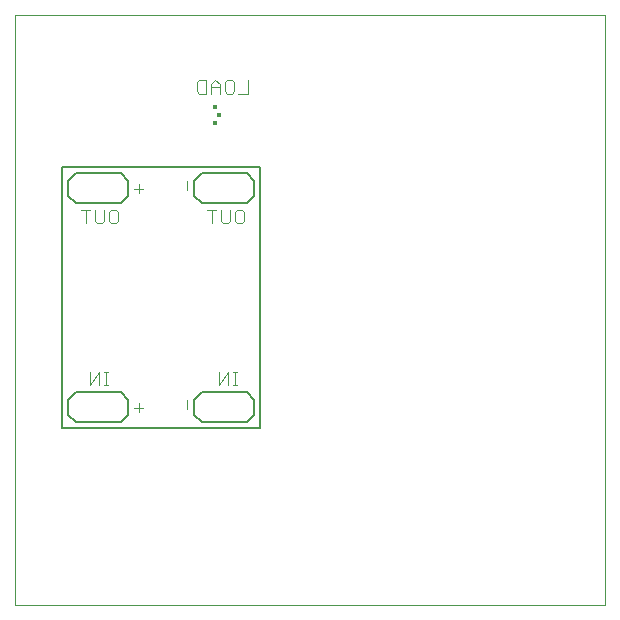
<source format=gbo>
G75*
%MOIN*%
%OFA0B0*%
%FSLAX24Y24*%
%IPPOS*%
%LPD*%
%AMOC8*
5,1,8,0,0,1.08239X$1,22.5*
%
%ADD10C,0.0000*%
%ADD11C,0.0050*%
%ADD12C,0.0060*%
%ADD13C,0.0040*%
%ADD14R,0.0167X0.0128*%
%ADD15R,0.0138X0.0138*%
D10*
X000415Y000100D02*
X000415Y019785D01*
X020100Y019785D01*
X020100Y000100D01*
X000415Y000100D01*
D11*
X001990Y006006D02*
X001990Y014706D01*
X008590Y014706D01*
X008590Y006006D01*
X001990Y006006D01*
D12*
X002190Y006456D02*
X002190Y006956D01*
X002440Y007206D01*
X003940Y007206D01*
X004190Y006956D01*
X004190Y006456D01*
X003940Y006206D01*
X002440Y006206D01*
X002190Y006456D01*
X006390Y006456D02*
X006390Y006956D01*
X006640Y007206D01*
X008140Y007206D01*
X008390Y006956D01*
X008390Y006456D01*
X008140Y006206D01*
X006640Y006206D01*
X006390Y006456D01*
X006640Y013506D02*
X006390Y013756D01*
X006390Y014256D01*
X006640Y014506D01*
X008140Y014506D01*
X008390Y014256D01*
X008390Y013756D01*
X008140Y013506D01*
X006640Y013506D01*
X004190Y013756D02*
X004190Y014256D01*
X003940Y014506D01*
X002440Y014506D01*
X002190Y014256D01*
X002190Y013756D01*
X002440Y013506D01*
X003940Y013506D01*
X004190Y013756D01*
D13*
X004387Y013979D02*
X004694Y013979D01*
X004540Y013826D02*
X004540Y014132D01*
X003775Y013286D02*
X003621Y013286D01*
X003544Y013209D01*
X003544Y012902D01*
X003621Y012826D01*
X003775Y012826D01*
X003851Y012902D01*
X003851Y013209D01*
X003775Y013286D01*
X003391Y013286D02*
X003391Y012902D01*
X003314Y012826D01*
X003161Y012826D01*
X003084Y012902D01*
X003084Y013286D01*
X002931Y013286D02*
X002624Y013286D01*
X002777Y013286D02*
X002777Y012826D01*
X006140Y013926D02*
X006140Y014232D01*
X006824Y013286D02*
X007131Y013286D01*
X007284Y013286D02*
X007284Y012902D01*
X007361Y012826D01*
X007514Y012826D01*
X007591Y012902D01*
X007591Y013286D01*
X007744Y013209D02*
X007821Y013286D01*
X007975Y013286D01*
X008051Y013209D01*
X008051Y012902D01*
X007975Y012826D01*
X007821Y012826D01*
X007744Y012902D01*
X007744Y013209D01*
X006977Y013286D02*
X006977Y012826D01*
X006951Y017155D02*
X006951Y017462D01*
X007105Y017616D01*
X007258Y017462D01*
X007258Y017155D01*
X007411Y017232D02*
X007411Y017539D01*
X007488Y017616D01*
X007642Y017616D01*
X007718Y017539D01*
X007718Y017232D01*
X007642Y017155D01*
X007488Y017155D01*
X007411Y017232D01*
X007258Y017386D02*
X006951Y017386D01*
X006798Y017616D02*
X006798Y017155D01*
X006567Y017155D01*
X006491Y017232D01*
X006491Y017539D01*
X006567Y017616D01*
X006798Y017616D01*
X007872Y017155D02*
X008179Y017155D01*
X008179Y017616D01*
X007837Y007886D02*
X007684Y007886D01*
X007761Y007886D02*
X007761Y007426D01*
X007837Y007426D02*
X007684Y007426D01*
X007531Y007426D02*
X007531Y007886D01*
X007224Y007426D01*
X007224Y007886D01*
X006140Y006932D02*
X006140Y006626D01*
X004694Y006679D02*
X004387Y006679D01*
X004540Y006526D02*
X004540Y006832D01*
X003537Y007426D02*
X003384Y007426D01*
X003461Y007426D02*
X003461Y007886D01*
X003537Y007886D02*
X003384Y007886D01*
X003231Y007886D02*
X002924Y007426D01*
X002924Y007886D01*
X003231Y007886D02*
X003231Y007426D01*
D14*
X007084Y016168D03*
X007084Y016709D03*
D15*
X007236Y016439D03*
M02*

</source>
